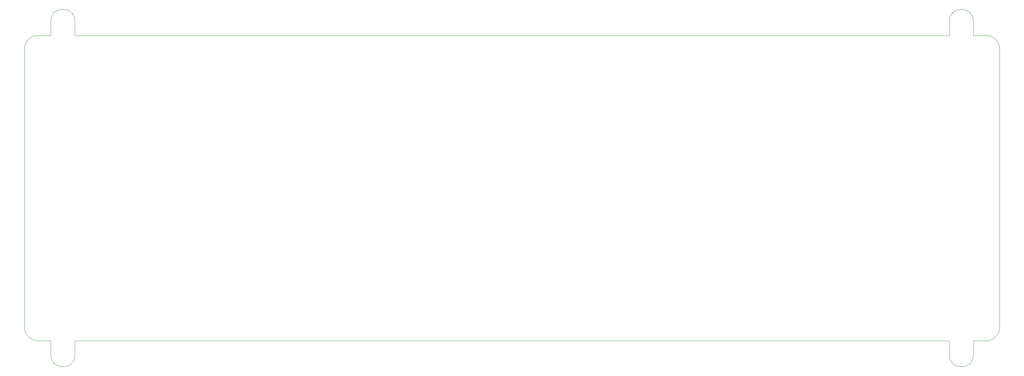
<source format=gbr>
%TF.GenerationSoftware,KiCad,Pcbnew,(7.0.0-rc2-153-g7d6218acb4)*%
%TF.CreationDate,2023-02-26T22:54:42+05:30*%
%TF.ProjectId,40-m0110,34302d6d-3031-4313-902e-6b696361645f,rev?*%
%TF.SameCoordinates,Original*%
%TF.FileFunction,Profile,NP*%
%FSLAX46Y46*%
G04 Gerber Fmt 4.6, Leading zero omitted, Abs format (unit mm)*
G04 Created by KiCad (PCBNEW (7.0.0-rc2-153-g7d6218acb4)) date 2023-02-26 22:54:42*
%MOMM*%
%LPD*%
G01*
G04 APERTURE LIST*
%TA.AperFunction,Profile*%
%ADD10C,0.100000*%
%TD*%
G04 APERTURE END LIST*
D10*
X27956250Y-60700000D02*
G75*
G03*
X33956250Y-60700000I3000000J0D01*
G01*
X33956250Y22600000D02*
G75*
G03*
X27956250Y22600000I-3000000J0D01*
G01*
X257793750Y-60700000D02*
X257793750Y-57150000D01*
X27956250Y-60700000D02*
X27956250Y-57150000D01*
X251793750Y-60700000D02*
X251793750Y-57150000D01*
X264318750Y-53975000D02*
X264318750Y15875000D01*
X257793750Y22600000D02*
G75*
G03*
X251793750Y22600000I-3000000J0D01*
G01*
X264318700Y15875000D02*
G75*
G03*
X261143740Y19050000I-3175000J0D01*
G01*
X21431250Y-53975000D02*
G75*
G03*
X24606250Y-57150000I3175000J0D01*
G01*
X24606250Y19050000D02*
G75*
G03*
X21431250Y15875000I-20J-3174980D01*
G01*
X251793750Y19050000D02*
X33956250Y19050000D01*
X33956250Y22600000D02*
X33956250Y19050000D01*
X33956250Y-60700000D02*
X33956250Y-57150000D01*
X251793750Y-60700000D02*
G75*
G03*
X257793750Y-60700000I3000000J0D01*
G01*
X257793750Y22600000D02*
X257793750Y19050000D01*
X261143740Y19050000D02*
X257793750Y19050000D01*
X24606250Y-57150000D02*
X27956250Y-57150000D01*
X27956250Y19050000D02*
X24606250Y19050000D01*
X33956250Y-57150000D02*
X251793750Y-57150000D01*
X27956250Y22600000D02*
X27956250Y19050000D01*
X251793750Y22600000D02*
X251793750Y19050000D01*
X261143750Y-57150050D02*
G75*
G03*
X264318750Y-53975000I-50J3175050D01*
G01*
X257793750Y-57150000D02*
X261143750Y-57150000D01*
X21431250Y15875000D02*
X21431250Y-53975000D01*
M02*

</source>
